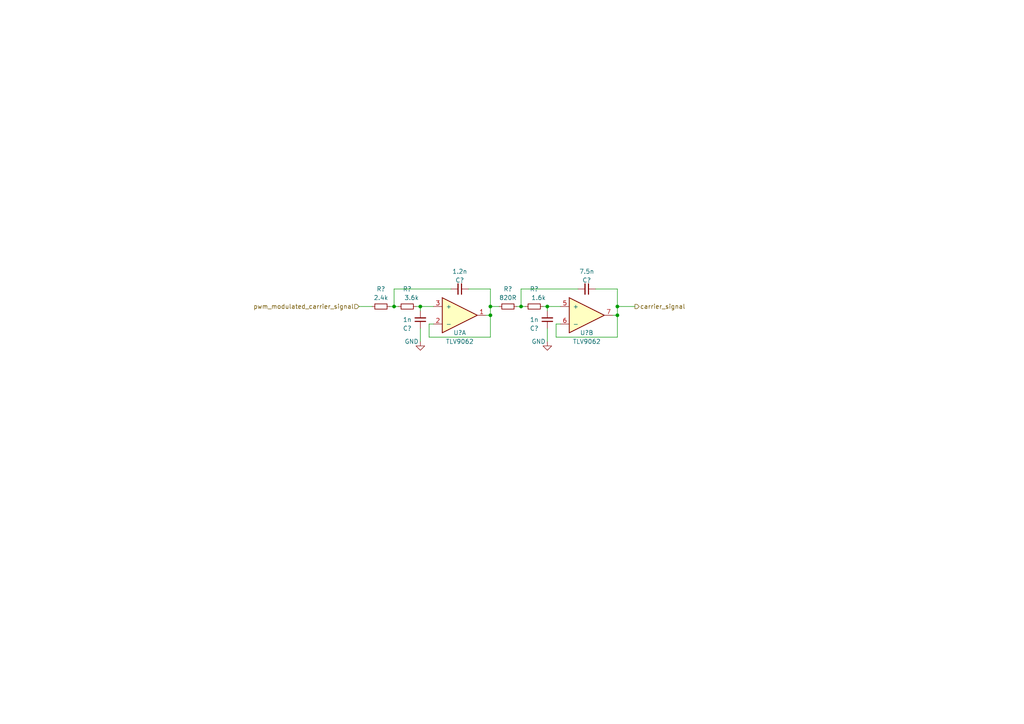
<source format=kicad_sch>
(kicad_sch (version 20211123) (generator eeschema)
  (paper "A4")
  (lib_symbols
    (symbol "Device:C_Small" (pin_numbers hide) (pin_names (offset 0.254) hide)
      (property "Reference" "C" (at 0.254 1.778 0))
      (property "Value" "C_Small" (at 0.254 -2.032 0))
      (symbol "C_Small_0_1"
        (polyline (pts (xy -1.524 -0.508) (xy 1.524 -0.508)) (stroke (width 0.3302)))
        (polyline (pts (xy -1.524 0.508) (xy 1.524 0.508)) (stroke (width 0.3048)))
      )
      (symbol "C_Small_1_1"
        (pin passive line (at 0 2.54 270) (length 2.032) (name "~") (number "1"))
        (pin passive line (at 0 -2.54 90) (length 2.032) (name "~") (number "2"))
      )
    )
    (symbol "Device:R_Small" (pin_numbers hide) (pin_names (offset 0.254) hide)
      (property "Reference" "R" (at 0.762 0.508 0))
      (property "Value" "R_Small" (at 0.762 -1.016 0))
      (symbol "R_Small_0_1"
        (rectangle (start -0.762 1.778) (end 0.762 -1.778) (stroke (width 0.2032)))
      )
      (symbol "R_Small_1_1"
        (pin passive line (at 0 2.54 270) (length 0.762) (name "~") (number "1"))
        (pin passive line (at 0 -2.54 90) (length 0.762) (name "~") (number "2"))
      )
    )
    (symbol "oe_flow:TLV9062" (pin_names (offset 1.016))
      (property "Reference" "U" (at 5.08 6.35 0))
      (property "Value" "TLV9062" (at 5.08 8.89 0))
      (symbol "TLV9062_1_1"
        (polyline (pts (xy -5.08 5.08) (xy 5.08 0) (xy -5.08 -5.08) (xy -5.08 5.08)) (stroke (width 0.254)) (fill (type background)))
        (pin output line (at 7.62 0 180) (length 2.54) (name "~") (number "1"))
        (pin input line (at -7.62 -2.54 0) (length 2.54) (name "-") (number "2"))
        (pin input line (at -7.62 2.54 0) (length 2.54) (name "+") (number "3"))
      )
      (symbol "TLV9062_2_1"
        (polyline (pts (xy -5.08 5.08) (xy 5.08 0) (xy -5.08 -5.08) (xy -5.08 5.08)) (stroke (width 0.254)) (fill (type background)))
        (pin input line (at -7.62 2.54 0) (length 2.54) (name "+") (number "5"))
        (pin input line (at -7.62 -2.54 0) (length 2.54) (name "-") (number "6"))
        (pin output line (at 7.62 0 180) (length 2.54) (name "~") (number "7"))
      )
      (symbol "TLV9062_3_1"
        (pin power_in line (at -2.54 -7.62 90) (length 2.54) (name "V-") (number "4"))
        (pin power_in line (at -2.54 7.62 270) (length 2.54) (name "V+") (number "8"))
      )
      (symbol "TLV9062_3_2"
        (pin power_in line (at -2.54 -7.62 90) (length 3.81) (name "V-") (number "4"))
        (pin power_in line (at -2.54 7.62 270) (length 3.81) (name "V+") (number "8"))
      )
    )
    (symbol "power:GND" (power) (pin_names (offset 0))
      (property "Value" "GND" (at 0 -3.81 0))
      (symbol "GND_0_1"
        (polyline (pts (xy 0 0) (xy 0 -1.27) (xy 1.27 -1.27) (xy 0 -2.54) (xy -1.27 -1.27) (xy 0 -1.27)))
      )
      (symbol "GND_1_1"
        (pin power_in line (at 0 0 270) (length 0) hide (name "GND") (number "1"))
      )
    )
  )
  (junction (at 151.13 88.9))
  (junction (at 142.24 88.9))
  (junction (at 114.3 88.9))
  (junction (at 142.24 91.44))
  (junction (at 158.75 88.9))
  (junction (at 121.92 88.9))
  (junction (at 179.07 91.44))
  (junction (at 179.07 88.9))
  (wire (pts (xy 121.92 88.9) (xy 121.92 90.17)))
  (wire (pts (xy 121.92 88.9) (xy 125.73 88.9)))
  (wire (pts (xy 157.48 88.9) (xy 158.75 88.9)))
  (wire (pts (xy 172.72 83.82) (xy 179.07 83.82)))
  (wire (pts (xy 161.29 97.79) (xy 179.07 97.79)))
  (wire (pts (xy 158.75 88.9) (xy 162.56 88.9)))
  (wire (pts (xy 162.56 93.98) (xy 161.29 93.98)))
  (wire (pts (xy 130.81 83.82) (xy 114.3 83.82)))
  (wire (pts (xy 124.46 93.98) (xy 124.46 97.79)))
  (wire (pts (xy 149.86 88.9) (xy 151.13 88.9)))
  (wire (pts (xy 142.24 97.79) (xy 142.24 91.44)))
  (wire (pts (xy 120.65 88.9) (xy 121.92 88.9)))
  (wire (pts (xy 135.89 83.82) (xy 142.24 83.82)))
  (wire (pts (xy 151.13 83.82) (xy 151.13 88.9)))
  (wire (pts (xy 179.07 88.9) (xy 184.15 88.9)))
  (wire (pts (xy 179.07 83.82) (xy 179.07 88.9)))
  (wire (pts (xy 179.07 88.9) (xy 179.07 91.44)))
  (wire (pts (xy 142.24 91.44) (xy 140.97 91.44)))
  (wire (pts (xy 114.3 88.9) (xy 115.57 88.9)))
  (wire (pts (xy 158.75 95.25) (xy 158.75 99.06)))
  (wire (pts (xy 151.13 88.9) (xy 152.4 88.9)))
  (wire (pts (xy 161.29 93.98) (xy 161.29 97.79)))
  (wire (pts (xy 124.46 97.79) (xy 142.24 97.79)))
  (wire (pts (xy 114.3 83.82) (xy 114.3 88.9)))
  (wire (pts (xy 158.75 88.9) (xy 158.75 90.17)))
  (wire (pts (xy 125.73 93.98) (xy 124.46 93.98)))
  (wire (pts (xy 113.03 88.9) (xy 114.3 88.9)))
  (wire (pts (xy 142.24 83.82) (xy 142.24 88.9)))
  (wire (pts (xy 104.14 88.9) (xy 107.95 88.9)))
  (wire (pts (xy 179.07 91.44) (xy 177.8 91.44)))
  (wire (pts (xy 167.64 83.82) (xy 151.13 83.82)))
  (wire (pts (xy 142.24 88.9) (xy 144.78 88.9)))
  (wire (pts (xy 142.24 88.9) (xy 142.24 91.44)))
  (wire (pts (xy 121.92 95.25) (xy 121.92 99.06)))
  (wire (pts (xy 179.07 97.79) (xy 179.07 91.44)))
  (hierarchical_label "carrier_signal" (shape output) (at 184.15 88.9 0))
  (hierarchical_label "pwm_modulated_carrier_signal" (shape input) (at 104.14 88.9 180))
  (symbol (lib_id "Device:R_Small") (at 154.94 88.9 270) (unit 1)
    (property "Reference" "R?" (at 154.94 83.82 90))
    (property "Value" "1.6k" (at 156.21 86.36 90))
  )
  (symbol (lib_id "Device:R_Small") (at 110.49 88.9 270) (unit 1)
    (property "Reference" "R?" (at 110.49 83.82 90))
    (property "Value" "2.4k" (at 110.49 86.36 90))
  )
  (symbol (lib_id "Device:R_Small") (at 147.32 88.9 270) (unit 1)
    (property "Reference" "R?" (at 147.32 83.82 90))
    (property "Value" "820R" (at 147.32 86.36 90))
  )
  (symbol (lib_id "Device:C_Small") (at 170.18 83.82 270) (unit 1)
    (property "Reference" "C?" (at 170.18 81.28 90))
    (property "Value" "7.5n" (at 170.18 78.74 90))
  )
  (symbol (lib_id "oe_flow:TLV9062") (at 170.18 91.44 0) (unit 2)
    (property "Reference" "U?" (at 170.18 96.52 0))
    (property "Value" "TLV9062" (at 170.18 99.06 0))
  )
  (symbol (lib_id "power:GND") (at 158.75 99.06 0) (unit 1)
    (property "Reference" "#PWR?" (effects hide))
    (property "Value" "GND" (at 156.21 99.06 0))
  )
  (symbol (lib_id "Device:C_Small") (at 158.75 92.71 180) (unit 1)
    (property "Reference" "C?" (at 153.67 95.25 0) (effects (justify right)))
    (property "Value" "1n" (at 153.67 92.71 0) (effects (justify right)))
  )
  (symbol (lib_id "Device:C_Small") (at 121.92 92.71 180) (unit 1)
    (property "Reference" "C?" (at 116.84 95.25 0) (effects (justify right)))
    (property "Value" "1n" (at 116.84 92.71 0) (effects (justify right)))
  )
  (symbol (lib_id "power:GND") (at 121.92 99.06 0) (unit 1)
    (property "Reference" "#PWR?" (effects hide))
    (property "Value" "GND" (at 119.38 99.06 0))
  )
  (symbol (lib_id "oe_flow:TLV9062") (at 133.35 91.44 0) (unit 1)
    (property "Reference" "U?" (at 133.35 96.52 0))
    (property "Value" "TLV9062" (at 133.35 99.06 0))
  )
  (symbol (lib_id "Device:C_Small") (at 133.35 83.82 270) (unit 1)
    (property "Reference" "C?" (at 133.35 81.28 90))
    (property "Value" "1.2n" (at 133.35 78.74 90))
  )
  (symbol (lib_id "Device:R_Small") (at 118.11 88.9 270) (unit 1)
    (property "Reference" "R?" (at 118.11 83.82 90))
    (property "Value" "3.6k" (at 119.38 86.36 90))
  )
)
</source>
